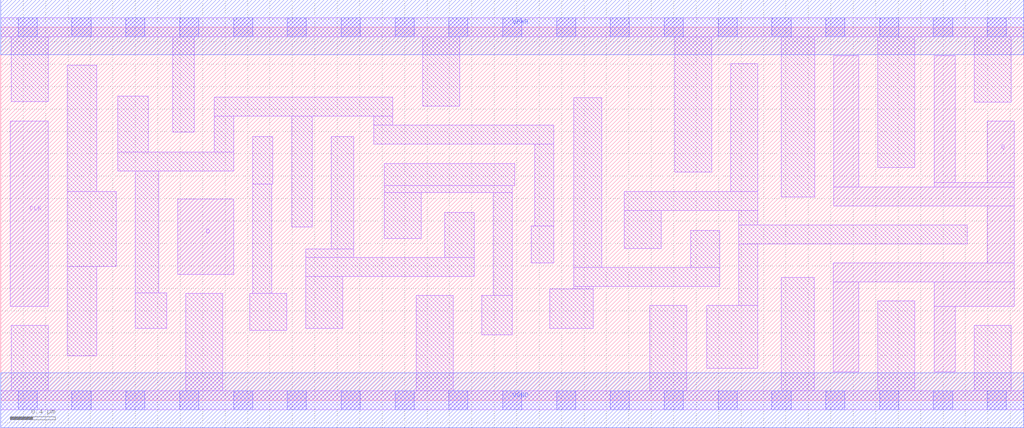
<source format=lef>
# Copyright 2020 The SkyWater PDK Authors
#
# Licensed under the Apache License, Version 2.0 (the "License");
# you may not use this file except in compliance with the License.
# You may obtain a copy of the License at
#
#     https://www.apache.org/licenses/LICENSE-2.0
#
# Unless required by applicable law or agreed to in writing, software
# distributed under the License is distributed on an "AS IS" BASIS,
# WITHOUT WARRANTIES OR CONDITIONS OF ANY KIND, either express or implied.
# See the License for the specific language governing permissions and
# limitations under the License.
#
# SPDX-License-Identifier: Apache-2.0

VERSION 5.7 ;
  NAMESCASESENSITIVE ON ;
  NOWIREEXTENSIONATPIN ON ;
  DIVIDERCHAR "/" ;
  BUSBITCHARS "[]" ;
UNITS
  DATABASE MICRONS 200 ;
END UNITS
MACRO sky130_fd_sc_lp__dfxtp_4
  CLASS CORE ;
  FOREIGN sky130_fd_sc_lp__dfxtp_4 ;
  ORIGIN  0.000000  0.000000 ;
  SIZE  9.120000 BY  3.330000 ;
  SYMMETRY X Y R90 ;
  SITE unit ;
  PIN D
    ANTENNAGATEAREA  0.126000 ;
    DIRECTION INPUT ;
    USE SIGNAL ;
    PORT
      LAYER li1 ;
        RECT 1.580000 1.125000 2.075000 1.795000 ;
    END
  END D
  PIN Q
    ANTENNADIFFAREA  1.176000 ;
    DIRECTION OUTPUT ;
    USE SIGNAL ;
    PORT
      LAYER li1 ;
        RECT 7.420000 0.255000 7.650000 1.055000 ;
        RECT 7.420000 1.055000 9.035000 1.225000 ;
        RECT 7.425000 1.735000 9.035000 1.905000 ;
        RECT 7.425000 1.905000 7.650000 3.075000 ;
        RECT 8.320000 0.255000 8.510000 0.840000 ;
        RECT 8.320000 0.840000 9.035000 1.055000 ;
        RECT 8.320000 1.905000 9.035000 1.945000 ;
        RECT 8.320000 1.945000 8.510000 3.075000 ;
        RECT 8.795000 1.225000 9.035000 1.735000 ;
        RECT 8.795000 1.945000 9.035000 2.490000 ;
    END
  END Q
  PIN CLK
    ANTENNAGATEAREA  0.159000 ;
    DIRECTION INPUT ;
    USE CLOCK ;
    PORT
      LAYER li1 ;
        RECT 0.085000 0.840000 0.425000 2.490000 ;
    END
  END CLK
  PIN VGND
    DIRECTION INOUT ;
    USE GROUND ;
    PORT
      LAYER met1 ;
        RECT 0.000000 -0.245000 9.120000 0.245000 ;
    END
  END VGND
  PIN VPWR
    DIRECTION INOUT ;
    USE POWER ;
    PORT
      LAYER met1 ;
        RECT 0.000000 3.085000 9.120000 3.575000 ;
    END
  END VPWR
  OBS
    LAYER li1 ;
      RECT 0.000000 -0.085000 9.120000 0.085000 ;
      RECT 0.000000  3.245000 9.120000 3.415000 ;
      RECT 0.095000  0.085000 0.425000 0.670000 ;
      RECT 0.095000  2.665000 0.425000 3.245000 ;
      RECT 0.595000  0.395000 0.855000 1.195000 ;
      RECT 0.595000  1.195000 1.030000 1.865000 ;
      RECT 0.595000  1.865000 0.855000 2.990000 ;
      RECT 1.045000  2.045000 2.075000 2.215000 ;
      RECT 1.045000  2.215000 1.315000 2.715000 ;
      RECT 1.200000  0.640000 1.480000 0.960000 ;
      RECT 1.200000  0.960000 1.410000 2.045000 ;
      RECT 1.535000  2.395000 1.725000 3.245000 ;
      RECT 1.650000  0.085000 1.980000 0.955000 ;
      RECT 1.905000  2.215000 2.075000 2.535000 ;
      RECT 1.905000  2.535000 3.495000 2.705000 ;
      RECT 2.220000  0.625000 2.550000 0.955000 ;
      RECT 2.245000  0.955000 2.415000 1.930000 ;
      RECT 2.245000  1.930000 2.425000 2.355000 ;
      RECT 2.595000  1.545000 2.775000 2.535000 ;
      RECT 2.720000  0.640000 3.050000 1.105000 ;
      RECT 2.720000  1.105000 4.220000 1.275000 ;
      RECT 2.720000  1.275000 3.145000 1.350000 ;
      RECT 2.945000  1.350000 3.145000 2.355000 ;
      RECT 3.325000  2.285000 4.930000 2.455000 ;
      RECT 3.325000  2.455000 3.495000 2.535000 ;
      RECT 3.420000  1.445000 3.750000 1.855000 ;
      RECT 3.420000  1.855000 4.560000 1.915000 ;
      RECT 3.420000  1.915000 4.580000 2.115000 ;
      RECT 3.705000  0.085000 4.035000 0.935000 ;
      RECT 3.760000  2.625000 4.090000 3.245000 ;
      RECT 3.960000  1.275000 4.220000 1.675000 ;
      RECT 4.290000  0.585000 4.560000 0.935000 ;
      RECT 4.390000  0.935000 4.560000 1.855000 ;
      RECT 4.730000  1.225000 4.930000 1.555000 ;
      RECT 4.760000  1.555000 4.930000 2.285000 ;
      RECT 4.895000  0.640000 5.280000 0.995000 ;
      RECT 5.110000  0.995000 5.280000 1.015000 ;
      RECT 5.110000  1.015000 6.410000 1.185000 ;
      RECT 5.110000  1.185000 5.360000 2.700000 ;
      RECT 5.560000  1.355000 5.890000 1.695000 ;
      RECT 5.560000  1.695000 6.750000 1.865000 ;
      RECT 5.785000  0.085000 6.115000 0.845000 ;
      RECT 6.010000  2.035000 6.340000 3.245000 ;
      RECT 6.150000  1.185000 6.410000 1.515000 ;
      RECT 6.295000  0.285000 6.750000 0.845000 ;
      RECT 6.510000  1.865000 6.750000 3.005000 ;
      RECT 6.580000  0.845000 6.750000 1.395000 ;
      RECT 6.580000  1.395000 8.615000 1.565000 ;
      RECT 6.580000  1.565000 6.750000 1.695000 ;
      RECT 6.960000  0.085000 7.250000 1.095000 ;
      RECT 6.960000  1.815000 7.255000 3.245000 ;
      RECT 7.820000  0.085000 8.150000 0.885000 ;
      RECT 7.820000  2.075000 8.150000 3.245000 ;
      RECT 8.680000  0.085000 9.010000 0.670000 ;
      RECT 8.680000  2.660000 9.010000 3.245000 ;
    LAYER mcon ;
      RECT 0.155000 -0.085000 0.325000 0.085000 ;
      RECT 0.155000  3.245000 0.325000 3.415000 ;
      RECT 0.635000 -0.085000 0.805000 0.085000 ;
      RECT 0.635000  3.245000 0.805000 3.415000 ;
      RECT 1.115000 -0.085000 1.285000 0.085000 ;
      RECT 1.115000  3.245000 1.285000 3.415000 ;
      RECT 1.595000 -0.085000 1.765000 0.085000 ;
      RECT 1.595000  3.245000 1.765000 3.415000 ;
      RECT 2.075000 -0.085000 2.245000 0.085000 ;
      RECT 2.075000  3.245000 2.245000 3.415000 ;
      RECT 2.555000 -0.085000 2.725000 0.085000 ;
      RECT 2.555000  3.245000 2.725000 3.415000 ;
      RECT 3.035000 -0.085000 3.205000 0.085000 ;
      RECT 3.035000  3.245000 3.205000 3.415000 ;
      RECT 3.515000 -0.085000 3.685000 0.085000 ;
      RECT 3.515000  3.245000 3.685000 3.415000 ;
      RECT 3.995000 -0.085000 4.165000 0.085000 ;
      RECT 3.995000  3.245000 4.165000 3.415000 ;
      RECT 4.475000 -0.085000 4.645000 0.085000 ;
      RECT 4.475000  3.245000 4.645000 3.415000 ;
      RECT 4.955000 -0.085000 5.125000 0.085000 ;
      RECT 4.955000  3.245000 5.125000 3.415000 ;
      RECT 5.435000 -0.085000 5.605000 0.085000 ;
      RECT 5.435000  3.245000 5.605000 3.415000 ;
      RECT 5.915000 -0.085000 6.085000 0.085000 ;
      RECT 5.915000  3.245000 6.085000 3.415000 ;
      RECT 6.395000 -0.085000 6.565000 0.085000 ;
      RECT 6.395000  3.245000 6.565000 3.415000 ;
      RECT 6.875000 -0.085000 7.045000 0.085000 ;
      RECT 6.875000  3.245000 7.045000 3.415000 ;
      RECT 7.355000 -0.085000 7.525000 0.085000 ;
      RECT 7.355000  3.245000 7.525000 3.415000 ;
      RECT 7.835000 -0.085000 8.005000 0.085000 ;
      RECT 7.835000  3.245000 8.005000 3.415000 ;
      RECT 8.315000 -0.085000 8.485000 0.085000 ;
      RECT 8.315000  3.245000 8.485000 3.415000 ;
      RECT 8.795000 -0.085000 8.965000 0.085000 ;
      RECT 8.795000  3.245000 8.965000 3.415000 ;
  END
END sky130_fd_sc_lp__dfxtp_4
END LIBRARY

</source>
